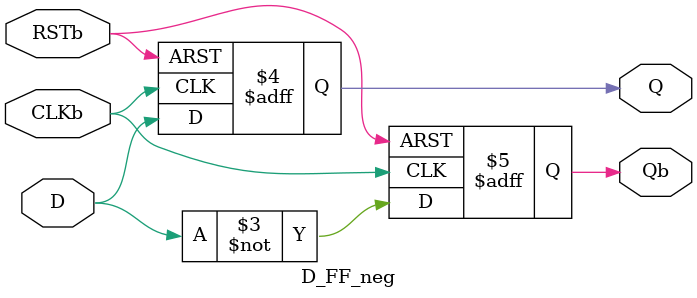
<source format=sv>
/*
*	Author: Dr. Hansen
*	Date: Feb. 14, 2017
*	Description: implements a negative-edge D-flipflop.
*		On the negative edge of CLKb, Q := D.  
*		Asynchronous, negative-edge reset
*
*	Inputs:	
*		D - D input
*		CLKb - negative edge clock input
*		RSTb - asynchronous, negative edge reset
*
*	Outputs:
*		Q - outputs D on negedge-edge of clk
*		Qb - outputs D' on negedge-edge of clk
*
*	History:
*		Feb. 8, 2019 - update to SV
*		Feb. 21, 2020 - added asynchronous reset
*/

module D_FF_neg(
	input logic D,CLKb,RSTb,
	output logic Q,Qb
);

	always_ff@(negedge CLKb, negedge RSTb)
	begin
	if(RSTb == 1'b0)
		begin
			Q <= 1'b0;
			Qb <= 1'b1;
		end
	else
		begin
			Q <= D;
			Qb <= ~D;
		end
	end

endmodule

</source>
